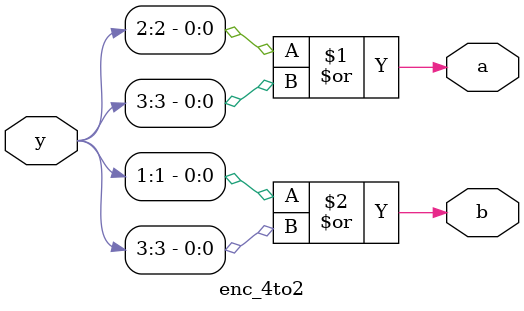
<source format=v>
module enc_4to2(a,b,y);
input [3:0] y;
output a,b;
assign a=y[2] | y[3];
assign b=y[1] | y[3];

endmodule

</source>
